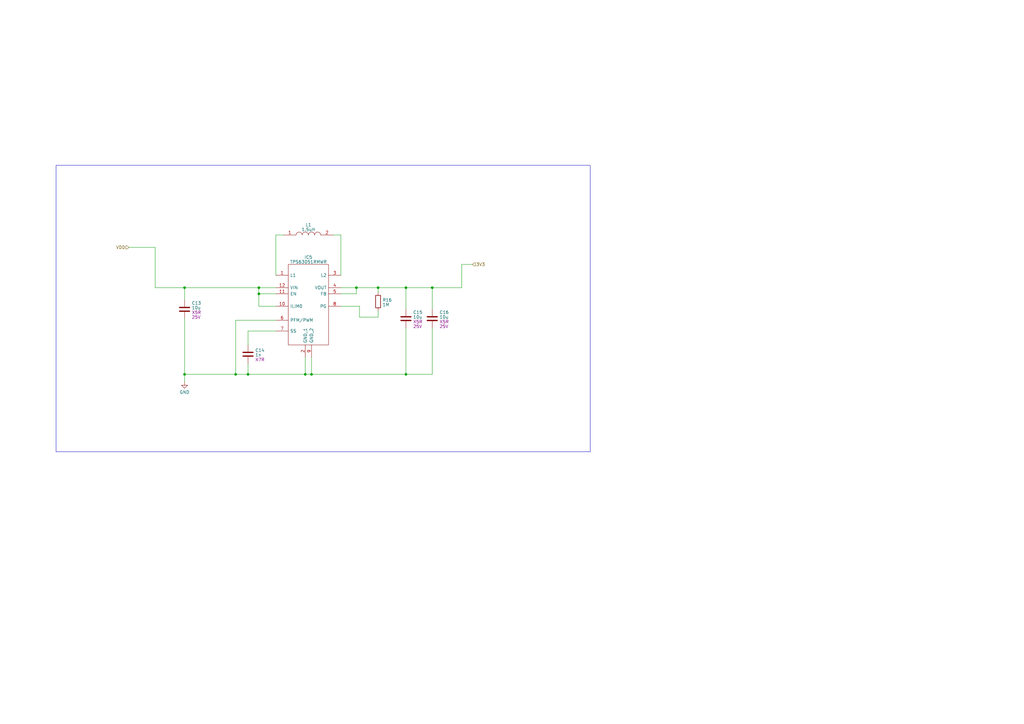
<source format=kicad_sch>
(kicad_sch (version 20231120) (generator "eeschema") (generator_version "8.0")
  (paper "A3")
  (title_block (title "Plant Bot") (date "2025-04-27") (rev "G"))
  (lib_symbols
    (symbol "Capacitor_JLC:10u" (pin_numbers hide) (pin_names (offset 0.254))
      (property "Reference" "C" (at 0.635 2.54 0))
      (property "Value" "10u" (at 0.635 -2.54 0))
      (property "Type" "X5R" (at 5.08 2.54 0))
      (property "Voltage" "25V" (at 5.08 0 0))
      (symbol "10u_0_1"
        (polyline (pts (xy -2.032 -0.762) (xy 2.032 -0.762)) (stroke (width 0.508)))
        (polyline (pts (xy -2.032 0.762) (xy 2.032 0.762)) (stroke (width 0.508)))
      )
      (symbol "10u_1_1"
        (pin passive line (at 0 3.81 270) (length 2.794) (name "~") (number "1"))
        (pin passive line (at 0 -3.81 90) (length 2.794) (name "~") (number "2"))
      )
    )
    (symbol "Capacitor_JLC:1n" (pin_numbers hide) (pin_names (offset 0.254))
      (property "Reference" "C" (at 0.635 2.54 0))
      (property "Value" "1n" (at 0.635 -2.54 0))
      (property "Type" "X7R" (at 5.08 0 0))
      (symbol "1n_0_1"
        (polyline (pts (xy -2.032 -0.762) (xy 2.032 -0.762)) (stroke (width 0.508)))
        (polyline (pts (xy -2.032 0.762) (xy 2.032 0.762)) (stroke (width 0.508)))
      )
      (symbol "1n_1_1"
        (pin passive line (at 0 3.81 270) (length 2.794) (name "~") (number "1"))
        (pin passive line (at 0 -3.81 90) (length 2.794) (name "~") (number "2"))
      )
    )
    (symbol "Inductor_JLC:1.5uH" (pin_names (offset 0.762))
      (property "Reference" "L" (at 16.51 6.35 0))
      (property "Value" "1.5uH" (at 16.51 3.81 0))
      (symbol "1.5uH_0_0"
        (pin passive line (at 0 0 0) (length 5.08) (name "~") (number "1"))
        (pin passive line (at 20.32 0 180) (length 5.08) (name "~") (number "2"))
      )
      (symbol "1.5uH_0_1"
        (arc (start 7.62 0) (mid 6.35 1.2202) (end 5.08 0) (stroke (width 0.1524)))
        (arc (start 10.16 0) (mid 8.89 1.2202) (end 7.62 0) (stroke (width 0.1524)))
        (arc (start 12.7 0) (mid 11.43 1.2202) (end 10.16 0) (stroke (width 0.1524)))
        (arc (start 15.24 0) (mid 13.97 1.2202) (end 12.7 0) (stroke (width 0.1524)))
      )
    )
    (symbol "Power-Drivers_JLC:TPS63051RMWR" (pin_names (offset 0.762))
      (property "Reference" "IC" (at 19.685 55.245 0))
      (property "Value" "TPS63051RMWR" (at 26.67 66.04 0))
      (symbol "TPS63051RMWR_0_0"
        (pin passive line (at 0 0 0) (length 5.08) (name "L1") (number "1"))
        (pin passive line (at 0 -12.7 0) (length 5.08) (name "ILIM0") (number "10"))
        (pin passive line (at 0 -7.62 0) (length 5.08) (name "EN") (number "11"))
        (pin passive line (at 0 -5.08 0) (length 5.08) (name "VIN") (number "12"))
        (pin passive line (at 12.065 -33.655 90) (length 5.08) (name "GND_1") (number "2"))
        (pin passive line (at 26.67 0 180) (length 5.08) (name "L2") (number "3"))
        (pin passive line (at 26.67 -5.08 180) (length 5.08) (name "VOUT") (number "4"))
        (pin passive line (at 26.67 -7.62 180) (length 5.08) (name "FB") (number "5"))
        (pin passive line (at 0 -18.415 0) (length 5.08) (name "PFM/PWM") (number "6"))
        (pin passive line (at 0 -22.86 0) (length 5.08) (name "SS") (number "7"))
        (pin passive line (at 26.67 -12.7 180) (length 5.08) (name "PG") (number "8"))
        (pin passive line (at 14.605 -33.655 90) (length 5.08) (name "GND_2") (number "9"))
      )
      (symbol "TPS63051RMWR_0_1"
        (rectangle (start 5.08 4.445) (end 21.59 -28.575) (stroke (width 0.1524)))
      )
    )
    (symbol "Resistor_JLC:1M" (pin_numbers hide) (pin_names (offset 0))
      (property "Reference" "R" (at 2.032 0 90))
      (property "Value" "1M" (at 0 0 90))
      (symbol "1M_0_1"
        (rectangle (start -1.016 -2.54) (end 1.016 2.54) (stroke (width 0.254)))
      )
      (symbol "1M_1_1"
        (pin passive line (at 0 3.81 270) (length 1.27) (name "~") (number "1"))
        (pin passive line (at 0 -3.81 90) (length 1.27) (name "~") (number "2"))
      )
    )
    (symbol "power:GND" (power) (pin_names (offset 0))
      (property "Value" "GND" (at 0 -3.81 0))
      (symbol "GND_0_1"
        (polyline (pts (xy 0 0) (xy 0 -1.27) (xy 1.27 -1.27) (xy 0 -2.54) (xy -1.27 -1.27) (xy 0 -1.27)))
      )
      (symbol "GND_1_1"
        (pin power_in line (at 0 0 270) (length 0) hide (name "GND") (number "1"))
      )
    )
  )
  (junction (at 101.727 153.543))
  (junction (at 155.067 117.983))
  (junction (at 125.222 153.543))
  (junction (at 127.762 153.543))
  (junction (at 75.692 117.983))
  (junction (at 106.172 120.523))
  (junction (at 166.497 153.543))
  (junction (at 177.292 117.983))
  (junction (at 96.647 153.543))
  (junction (at 75.692 153.543))
  (junction (at 166.497 117.983))
  (junction (at 146.177 117.983))
  (junction (at 106.172 117.983))
  (wire (pts (xy 96.647 153.543) (xy 101.727 153.543)))
  (wire (pts (xy 155.067 130.048) (xy 155.067 127.508)))
  (wire (pts (xy 147.447 130.048) (xy 155.067 130.048)))
  (wire (pts (xy 101.727 135.763) (xy 113.157 135.763)))
  (wire (pts (xy 75.692 117.983) (xy 106.172 117.983)))
  (wire (pts (xy 127.762 146.558) (xy 127.762 153.543)))
  (wire (pts (xy 136.652 96.393) (xy 139.827 96.393)))
  (wire (pts (xy 106.172 117.983) (xy 113.157 117.983)))
  (wire (pts (xy 101.727 141.478) (xy 101.727 135.763)))
  (wire (pts (xy 75.692 153.543) (xy 75.692 156.718)))
  (wire (pts (xy 146.177 117.983) (xy 146.177 120.523)))
  (wire (pts (xy 189.357 117.983) (xy 177.292 117.983)))
  (wire (pts (xy 166.497 117.983) (xy 155.067 117.983)))
  (wire (pts (xy 189.357 108.458) (xy 189.357 117.983)))
  (wire (pts (xy 52.832 101.473) (xy 63.627 101.473)))
  (wire (pts (xy 166.497 117.983) (xy 166.497 126.873)))
  (wire (pts (xy 75.692 153.543) (xy 96.647 153.543)))
  (wire (pts (xy 139.827 117.983) (xy 146.177 117.983)))
  (wire (pts (xy 147.447 125.603) (xy 147.447 130.048)))
  (wire (pts (xy 155.067 119.888) (xy 155.067 117.983)))
  (wire (pts (xy 101.727 153.543) (xy 125.222 153.543)))
  (wire (pts (xy 166.497 134.493) (xy 166.497 153.543)))
  (wire (pts (xy 75.692 117.983) (xy 75.692 123.063)))
  (wire (pts (xy 177.292 117.983) (xy 166.497 117.983)))
  (wire (pts (xy 193.802 108.458) (xy 189.357 108.458)))
  (wire (pts (xy 127.762 153.543) (xy 125.222 153.543)))
  (wire (pts (xy 75.692 130.683) (xy 75.692 153.543)))
  (wire (pts (xy 177.292 134.493) (xy 177.292 153.543)))
  (wire (pts (xy 63.627 117.983) (xy 75.692 117.983)))
  (wire (pts (xy 177.292 126.873) (xy 177.292 117.983)))
  (wire (pts (xy 116.332 96.393) (xy 113.157 96.393)))
  (wire (pts (xy 113.157 125.603) (xy 106.172 125.603)))
  (wire (pts (xy 96.647 131.318) (xy 96.647 153.543)))
  (wire (pts (xy 166.497 153.543) (xy 177.292 153.543)))
  (wire (pts (xy 106.172 117.983) (xy 106.172 120.523)))
  (wire (pts (xy 113.157 120.523) (xy 106.172 120.523)))
  (wire (pts (xy 146.177 120.523) (xy 139.827 120.523)))
  (wire (pts (xy 113.157 131.318) (xy 96.647 131.318)))
  (wire (pts (xy 146.177 117.983) (xy 155.067 117.983)))
  (wire (pts (xy 101.727 149.098) (xy 101.727 153.543)))
  (wire (pts (xy 139.827 125.603) (xy 147.447 125.603)))
  (wire (pts (xy 113.157 96.393) (xy 113.157 112.903)))
  (wire (pts (xy 125.222 146.558) (xy 125.222 153.543)))
  (wire (pts (xy 127.762 153.543) (xy 166.497 153.543)))
  (wire (pts (xy 139.827 96.393) (xy 139.827 112.903)))
  (wire (pts (xy 63.627 101.473) (xy 63.627 117.983)))
  (wire (pts (xy 106.172 120.523) (xy 106.172 125.603)))
  (rectangle (start 22.987 67.818) (end 242.062 185.293))
  (hierarchical_label "VDD" (shape input) (at 52.832 101.473 180))
  (hierarchical_label "3V3" (shape input) (at 193.802 108.458 0))
  (symbol (lib_id "Power-Drivers_JLC:TPS63051RMWR") (at 113.157 112.903 0) (unit 1)
    (property "Reference" "IC5" (at 126.492 105.4989 0))
    (property "Value" "TPS63051RMWR" (at 126.492 107.4199 0))
    (property "Footprint" "QFN50P250X250X100-12N-D" (effects (hide yes)))
    (property "Datasheet" "http://www.ti.com/lit/gpn/tps63051" (effects (hide yes)))
    (property "Description" "Tiny Single Inductor Buck Boost Converter" (effects (hide yes)))
    (property "Height" "1" (effects (hide yes)))
    (property "Manufacturer_Name" "Texas Instruments" (effects (hide yes)))
    (property "Manufacturer_Part_Number" "TPS63051RMWR" (effects (hide yes)))
    (property "Mouser Part Number" "595-TPS63051RMWR" (effects (hide yes)))
    (property "Mouser Price/Stock" "https://www.mouser.co.uk/ProductDetail/Texas-Instruments/TPS63051RMWR?qs=xufs61hA5Mbg7xwMistv%252Bg%3D%3D" (effects (hide yes)))
    (property "Arrow Part Number" "TPS63051RMWR" (effects (hide yes)))
    (property "Arrow Price/Stock" "https://www.arrow.com/en/products/tps63051rmwr/texas-instruments?region=nac" (effects (hide yes)))
    (property "LCSC" "C139412" (effects (hide yes)))
  )
  (symbol (lib_id "Capacitor_JLC:10u") (at 75.692 126.873 0) (unit 1)
    (property "Reference" "C13" (at 78.613 124.3083 0) (effects (justify left)))
    (property "Value" "10u" (at 78.613 126.2293 0) (effects (justify left)))
    (property "Footprint" "Capacitor_SMD:C_0805_2012Metric" (effects (hide yes)))
    (property "Type" "X5R" (at 78.613 128.1503 0) (effects (justify left)))
    (property "LCSC" "C15850" (effects (hide yes)))
    (property "Voltage" "25V" (at 78.613 130.0713 0) (effects (justify left)))
  )
  (symbol (lib_id "power:GND") (at 75.692 156.718 0) (unit 1)
    (property "Reference" "#PWR018" (effects (hide yes)))
    (property "Value" "GND" (at 75.692 160.8535 0))
  )
  (symbol (lib_id "Capacitor_JLC:1n") (at 101.727 145.288 0) (unit 1)
    (property "Reference" "C14" (at 104.648 143.6838 0) (effects (justify left)))
    (property "Value" "1n" (at 104.648 145.6048 0) (effects (justify left)))
    (property "Footprint" "Capacitor_SMD:C_0402_1005Metric" (effects (hide yes)))
    (property "Type" "X7R" (at 104.648 147.5258 0) (effects (justify left)))
    (property "LCSC" "C1523" (effects (hide yes)))
  )
  (symbol (lib_id "Inductor_JLC:1.5uH") (at 116.332 96.393 0) (unit 1)
    (property "Reference" "L1" (at 126.492 92.2137 0))
    (property "Value" "1.5uH" (at 126.492 94.1347 0))
    (property "Footprint" "Inductor_SMD:L_0805_2012Metric" (effects (hide yes)))
    (property "Datasheet" "https://jlcpcb.com/api/file/downloadByFileSystemAccessId/8558033230222671872" (effects (hide yes)))
    (property "Description" "Inductors for Power Circuits, Wound Ferrite" (effects (hide yes)))
    (property "Manufacturer_Name" "TDK" (effects (hide yes)))
    (property "LCSC" "C2042639" (effects (hide yes)))
  )
  (symbol (lib_id "Capacitor_JLC:10u") (at 166.497 130.683 0) (unit 1)
    (property "Reference" "C15" (at 169.418 128.1183 0) (effects (justify left)))
    (property "Value" "10u" (at 169.418 130.0393 0) (effects (justify left)))
    (property "Footprint" "Capacitor_SMD:C_0805_2012Metric" (effects (hide yes)))
    (property "Type" "X5R" (at 169.418 131.9603 0) (effects (justify left)))
    (property "LCSC" "C15850" (effects (hide yes)))
    (property "Voltage" "25V" (at 169.418 133.8813 0) (effects (justify left)))
  )
  (symbol (lib_id "Resistor_JLC:1M") (at 155.067 123.698 0) (unit 1)
    (property "Reference" "R16" (at 156.845 123.0543 0) (effects (justify left)))
    (property "Value" "1M" (at 156.845 124.9753 0) (effects (justify left)))
    (property "Footprint" "Resistor_SMD:R_0402_1005Metric" (effects (hide yes)))
    (property "LCSC" "C26083" (effects (hide yes)))
  )
  (symbol (lib_id "Capacitor_JLC:10u") (at 177.292 130.683 0) (unit 1)
    (property "Reference" "C16" (at 180.213 128.1183 0) (effects (justify left)))
    (property "Value" "10u" (at 180.213 130.0393 0) (effects (justify left)))
    (property "Footprint" "Capacitor_SMD:C_0805_2012Metric" (effects (hide yes)))
    (property "Type" "X5R" (at 180.213 131.9603 0) (effects (justify left)))
    (property "LCSC" "C15850" (effects (hide yes)))
    (property "Voltage" "25V" (at 180.213 133.8813 0) (effects (justify left)))
  )
)
</source>
